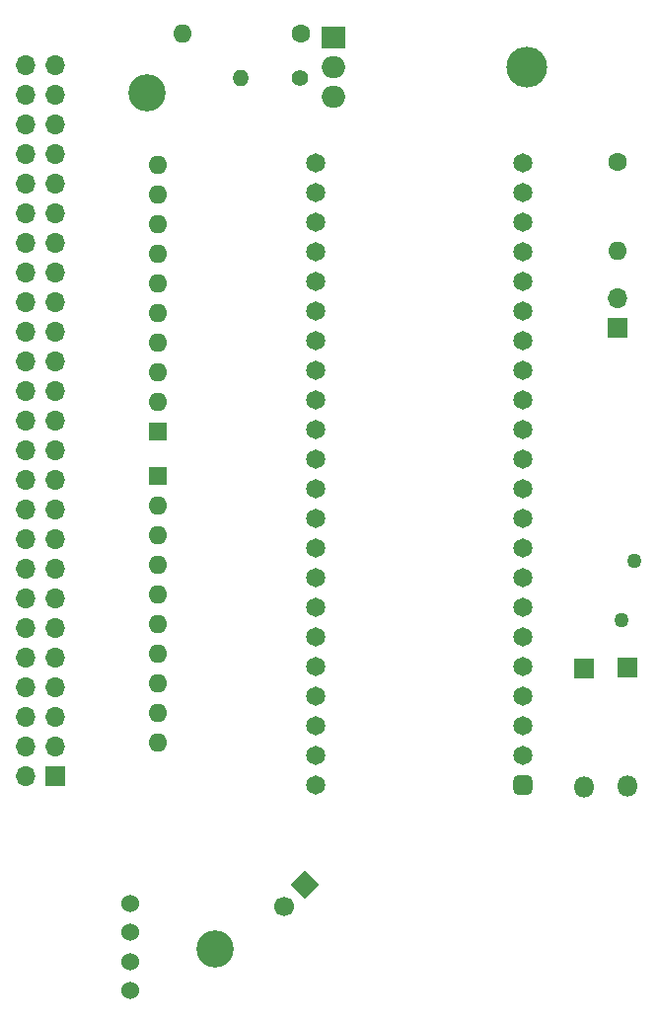
<source format=gbr>
%TF.GenerationSoftware,KiCad,Pcbnew,(6.0.2)*%
%TF.CreationDate,2022-04-05T14:05:12-06:00*%
%TF.ProjectId,F4Lite_THTV1,46344c69-7465-45f5-9448-5456312e6b69,rev?*%
%TF.SameCoordinates,Original*%
%TF.FileFunction,Soldermask,Bot*%
%TF.FilePolarity,Negative*%
%FSLAX46Y46*%
G04 Gerber Fmt 4.6, Leading zero omitted, Abs format (unit mm)*
G04 Created by KiCad (PCBNEW (6.0.2)) date 2022-04-05 14:05:12*
%MOMM*%
%LPD*%
G01*
G04 APERTURE LIST*
G04 Aperture macros list*
%AMRoundRect*
0 Rectangle with rounded corners*
0 $1 Rounding radius*
0 $2 $3 $4 $5 $6 $7 $8 $9 X,Y pos of 4 corners*
0 Add a 4 corners polygon primitive as box body*
4,1,4,$2,$3,$4,$5,$6,$7,$8,$9,$2,$3,0*
0 Add four circle primitives for the rounded corners*
1,1,$1+$1,$2,$3*
1,1,$1+$1,$4,$5*
1,1,$1+$1,$6,$7*
1,1,$1+$1,$8,$9*
0 Add four rect primitives between the rounded corners*
20,1,$1+$1,$2,$3,$4,$5,0*
20,1,$1+$1,$4,$5,$6,$7,0*
20,1,$1+$1,$6,$7,$8,$9,0*
20,1,$1+$1,$8,$9,$2,$3,0*%
%AMHorizOval*
0 Thick line with rounded ends*
0 $1 width*
0 $2 $3 position (X,Y) of the first rounded end (center of the circle)*
0 $4 $5 position (X,Y) of the second rounded end (center of the circle)*
0 Add line between two ends*
20,1,$1,$2,$3,$4,$5,0*
0 Add two circle primitives to create the rounded ends*
1,1,$1,$2,$3*
1,1,$1,$4,$5*%
%AMRotRect*
0 Rectangle, with rotation*
0 The origin of the aperture is its center*
0 $1 length*
0 $2 width*
0 $3 Rotation angle, in degrees counterclockwise*
0 Add horizontal line*
21,1,$1,$2,0,0,$3*%
G04 Aperture macros list end*
%ADD10R,1.700000X1.700000*%
%ADD11O,1.700000X1.700000*%
%ADD12C,1.524000*%
%ADD13C,3.200000*%
%ADD14C,1.270000*%
%ADD15C,1.600000*%
%ADD16O,1.600000X1.600000*%
%ADD17C,1.400000*%
%ADD18O,1.400000X1.400000*%
%ADD19R,1.600000X1.600000*%
%ADD20O,3.500000X3.500000*%
%ADD21R,2.000000X1.905000*%
%ADD22O,2.000000X1.905000*%
%ADD23RotRect,1.700000X1.700000X315.000000*%
%ADD24HorizOval,1.700000X0.000000X0.000000X0.000000X0.000000X0*%
%ADD25R,1.800000X1.800000*%
%ADD26O,1.800000X1.800000*%
%ADD27RoundRect,0.412500X0.412500X0.412500X-0.412500X0.412500X-0.412500X-0.412500X0.412500X-0.412500X0*%
%ADD28C,1.650000*%
G04 APERTURE END LIST*
D10*
%TO.C,J4*%
X110200000Y-131400000D03*
D11*
X107660000Y-131400000D03*
X110200000Y-128860000D03*
X107660000Y-128860000D03*
X110200000Y-126320000D03*
X107660000Y-126320000D03*
X110200000Y-123780000D03*
X107660000Y-123780000D03*
X110200000Y-121240000D03*
X107660000Y-121240000D03*
X110200000Y-118700000D03*
X107660000Y-118700000D03*
X110200000Y-116160000D03*
X107660000Y-116160000D03*
X110200000Y-113620000D03*
X107660000Y-113620000D03*
X110200000Y-111080000D03*
X107660000Y-111080000D03*
X110200000Y-108540000D03*
X107660000Y-108540000D03*
X110200000Y-106000000D03*
X107660000Y-106000000D03*
X110200000Y-103460000D03*
X107660000Y-103460000D03*
X110200000Y-100920000D03*
X107660000Y-100920000D03*
X110200000Y-98380000D03*
X107660000Y-98380000D03*
X110200000Y-95840000D03*
X107660000Y-95840000D03*
X110200000Y-93300000D03*
X107660000Y-93300000D03*
X110200000Y-90760000D03*
X107660000Y-90760000D03*
X110200000Y-88220000D03*
X107660000Y-88220000D03*
X110200000Y-85680000D03*
X107660000Y-85680000D03*
X110200000Y-83140000D03*
X107660000Y-83140000D03*
X110200000Y-80600000D03*
X107660000Y-80600000D03*
X110200000Y-78060000D03*
X107660000Y-78060000D03*
X110200000Y-75520000D03*
X107660000Y-75520000D03*
X110200000Y-72980000D03*
X107660000Y-72980000D03*
X110200000Y-70440000D03*
X107660000Y-70440000D03*
%TD*%
D12*
%TO.C,J2*%
X116666000Y-149794600D03*
X116666000Y-147294600D03*
X116666000Y-144794600D03*
X116666000Y-142294600D03*
%TD*%
D13*
%TO.C,REF\u002A\u002A*%
X123952000Y-146177000D03*
%TD*%
%TO.C,REF\u002A\u002A*%
X118110000Y-72834500D03*
%TD*%
D14*
%TO.C,F1*%
X158790640Y-118038880D03*
X159933640Y-112958880D03*
%TD*%
D15*
%TO.C,R1*%
X131318000Y-67691000D03*
D16*
X121158000Y-67691000D03*
%TD*%
D17*
%TO.C,R2*%
X131191000Y-71564500D03*
D18*
X126111000Y-71564500D03*
%TD*%
D19*
%TO.C,RN1*%
X118999000Y-105664000D03*
D16*
X118999000Y-108204000D03*
X118999000Y-110744000D03*
X118999000Y-113284000D03*
X118999000Y-115824000D03*
X118999000Y-118364000D03*
X118999000Y-120904000D03*
X118999000Y-123444000D03*
X118999000Y-125984000D03*
X118999000Y-128524000D03*
%TD*%
D19*
%TO.C,RN2*%
X118999000Y-101854000D03*
D16*
X118999000Y-99314000D03*
X118999000Y-96774000D03*
X118999000Y-94234000D03*
X118999000Y-91694000D03*
X118999000Y-89154000D03*
X118999000Y-86614000D03*
X118999000Y-84074000D03*
X118999000Y-81534000D03*
X118999000Y-78994000D03*
%TD*%
D20*
%TO.C,U1*%
X150708500Y-70612000D03*
D21*
X134048500Y-68072000D03*
D22*
X134048500Y-70612000D03*
X134048500Y-73152000D03*
%TD*%
D23*
%TO.C,J1*%
X131615180Y-140736320D03*
D24*
X129819129Y-142532371D03*
%TD*%
D25*
%TO.C,D1*%
X159290000Y-122120000D03*
D26*
X159290000Y-132280000D03*
%TD*%
D25*
%TO.C,D2*%
X155610000Y-122140000D03*
D26*
X155610000Y-132300000D03*
%TD*%
D10*
%TO.C,J3*%
X158452820Y-92971620D03*
D11*
X158452820Y-90431620D03*
%TD*%
D15*
%TO.C,R3*%
X158432500Y-78734920D03*
D16*
X158432500Y-86354920D03*
%TD*%
D27*
%TO.C,U2*%
X150322280Y-132189220D03*
D28*
X150322280Y-129649220D03*
X150322280Y-127109220D03*
X150322280Y-124569220D03*
X150322280Y-122029220D03*
X150322280Y-119489220D03*
X150322280Y-116949220D03*
X150322280Y-114409220D03*
X150322280Y-111869220D03*
X150322280Y-109329220D03*
X150322280Y-106789220D03*
X150322280Y-104249220D03*
X150322280Y-101709220D03*
X150322280Y-99169220D03*
X150322280Y-96629220D03*
X150322280Y-94089220D03*
X150322280Y-91549220D03*
X150322280Y-89009220D03*
X150322280Y-86469220D03*
X150322280Y-83929220D03*
X150322280Y-81389220D03*
X150322280Y-78849220D03*
X132542280Y-78849220D03*
X132542280Y-81389220D03*
X132542280Y-83929220D03*
X132542280Y-86469220D03*
X132542280Y-89009220D03*
X132542280Y-91549220D03*
X132542280Y-94089220D03*
X132542280Y-96629220D03*
X132542280Y-99169220D03*
X132542280Y-101709220D03*
X132542280Y-104249220D03*
X132542280Y-106789220D03*
X132542280Y-109329220D03*
X132542280Y-111869220D03*
X132542280Y-114409220D03*
X132542280Y-116949220D03*
X132542280Y-119489220D03*
X132542280Y-122029220D03*
X132542280Y-124569220D03*
X132542280Y-127109220D03*
X132542280Y-129649220D03*
X132542280Y-132189220D03*
%TD*%
M02*

</source>
